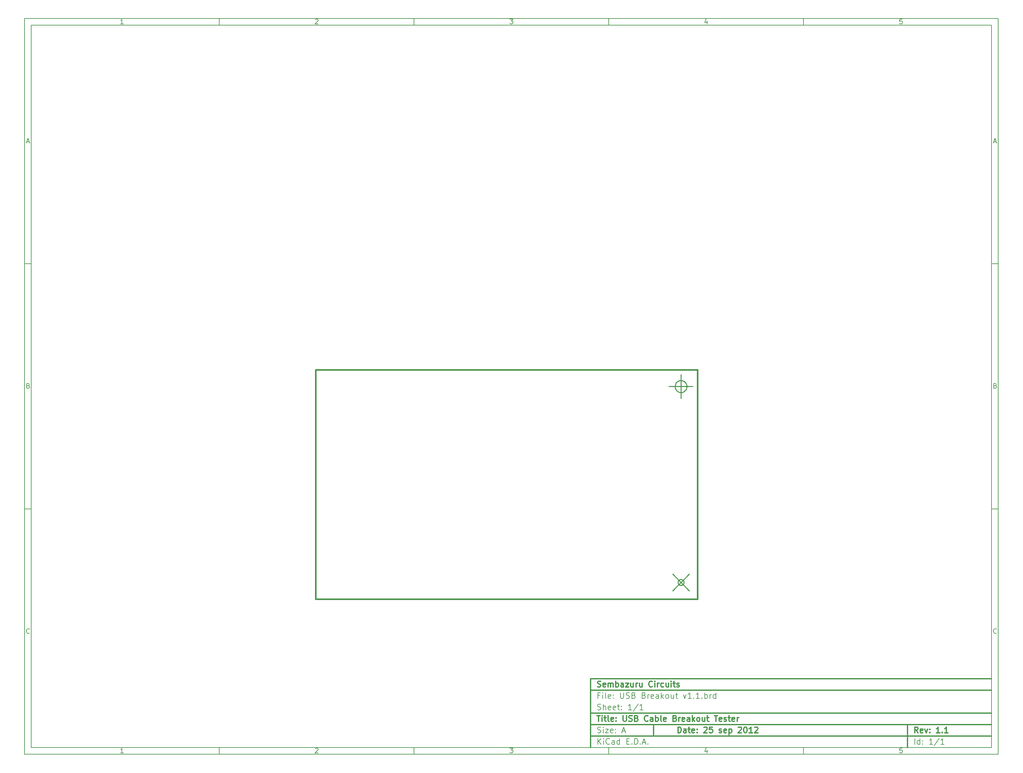
<source format=gbr>
G04 (created by PCBNEW-RS274X (2012-01-19 BZR 3256)-stable) date 25/09/2012 17:33:03*
G01*
G70*
G90*
%MOIN*%
G04 Gerber Fmt 3.4, Leading zero omitted, Abs format*
%FSLAX34Y34*%
G04 APERTURE LIST*
%ADD10C,0.006000*%
%ADD11C,0.012000*%
%ADD12C,0.010000*%
%ADD13C,0.015000*%
G04 APERTURE END LIST*
G54D10*
X-30500Y36750D02*
X71500Y36750D01*
X71500Y-40250D01*
X-30500Y-40250D01*
X-30500Y36750D01*
X-29800Y36050D02*
X70800Y36050D01*
X70800Y-39550D01*
X-29800Y-39550D01*
X-29800Y36050D01*
X-10100Y36750D02*
X-10100Y36050D01*
X-20157Y36198D02*
X-20443Y36198D01*
X-20300Y36198D02*
X-20300Y36698D01*
X-20348Y36626D01*
X-20395Y36579D01*
X-20443Y36555D01*
X-10100Y-40250D02*
X-10100Y-39550D01*
X-20157Y-40102D02*
X-20443Y-40102D01*
X-20300Y-40102D02*
X-20300Y-39602D01*
X-20348Y-39674D01*
X-20395Y-39721D01*
X-20443Y-39745D01*
X10300Y36750D02*
X10300Y36050D01*
X-00043Y36650D02*
X-00019Y36674D01*
X00029Y36698D01*
X00148Y36698D01*
X00195Y36674D01*
X00219Y36650D01*
X00243Y36602D01*
X00243Y36555D01*
X00219Y36483D01*
X-00067Y36198D01*
X00243Y36198D01*
X10300Y-40250D02*
X10300Y-39550D01*
X-00043Y-39650D02*
X-00019Y-39626D01*
X00029Y-39602D01*
X00148Y-39602D01*
X00195Y-39626D01*
X00219Y-39650D01*
X00243Y-39698D01*
X00243Y-39745D01*
X00219Y-39817D01*
X-00067Y-40102D01*
X00243Y-40102D01*
X30700Y36750D02*
X30700Y36050D01*
X20333Y36698D02*
X20643Y36698D01*
X20476Y36507D01*
X20548Y36507D01*
X20595Y36483D01*
X20619Y36460D01*
X20643Y36412D01*
X20643Y36293D01*
X20619Y36245D01*
X20595Y36221D01*
X20548Y36198D01*
X20405Y36198D01*
X20357Y36221D01*
X20333Y36245D01*
X30700Y-40250D02*
X30700Y-39550D01*
X20333Y-39602D02*
X20643Y-39602D01*
X20476Y-39793D01*
X20548Y-39793D01*
X20595Y-39817D01*
X20619Y-39840D01*
X20643Y-39888D01*
X20643Y-40007D01*
X20619Y-40055D01*
X20595Y-40079D01*
X20548Y-40102D01*
X20405Y-40102D01*
X20357Y-40079D01*
X20333Y-40055D01*
X51100Y36750D02*
X51100Y36050D01*
X40995Y36531D02*
X40995Y36198D01*
X40876Y36721D02*
X40757Y36364D01*
X41067Y36364D01*
X51100Y-40250D02*
X51100Y-39550D01*
X40995Y-39769D02*
X40995Y-40102D01*
X40876Y-39579D02*
X40757Y-39936D01*
X41067Y-39936D01*
X61419Y36698D02*
X61181Y36698D01*
X61157Y36460D01*
X61181Y36483D01*
X61229Y36507D01*
X61348Y36507D01*
X61395Y36483D01*
X61419Y36460D01*
X61443Y36412D01*
X61443Y36293D01*
X61419Y36245D01*
X61395Y36221D01*
X61348Y36198D01*
X61229Y36198D01*
X61181Y36221D01*
X61157Y36245D01*
X61419Y-39602D02*
X61181Y-39602D01*
X61157Y-39840D01*
X61181Y-39817D01*
X61229Y-39793D01*
X61348Y-39793D01*
X61395Y-39817D01*
X61419Y-39840D01*
X61443Y-39888D01*
X61443Y-40007D01*
X61419Y-40055D01*
X61395Y-40079D01*
X61348Y-40102D01*
X61229Y-40102D01*
X61181Y-40079D01*
X61157Y-40055D01*
X-30500Y11090D02*
X-29800Y11090D01*
X-30269Y23860D02*
X-30031Y23860D01*
X-30316Y23718D02*
X-30150Y24218D01*
X-29983Y23718D01*
X71500Y11090D02*
X70800Y11090D01*
X71031Y23860D02*
X71269Y23860D01*
X70984Y23718D02*
X71150Y24218D01*
X71317Y23718D01*
X-30500Y-14570D02*
X-29800Y-14570D01*
X-30114Y-01680D02*
X-30043Y-01704D01*
X-30019Y-01728D01*
X-29995Y-01776D01*
X-29995Y-01847D01*
X-30019Y-01895D01*
X-30043Y-01919D01*
X-30090Y-01942D01*
X-30281Y-01942D01*
X-30281Y-01442D01*
X-30114Y-01442D01*
X-30067Y-01466D01*
X-30043Y-01490D01*
X-30019Y-01538D01*
X-30019Y-01585D01*
X-30043Y-01633D01*
X-30067Y-01657D01*
X-30114Y-01680D01*
X-30281Y-01680D01*
X71500Y-14570D02*
X70800Y-14570D01*
X71186Y-01680D02*
X71257Y-01704D01*
X71281Y-01728D01*
X71305Y-01776D01*
X71305Y-01847D01*
X71281Y-01895D01*
X71257Y-01919D01*
X71210Y-01942D01*
X71019Y-01942D01*
X71019Y-01442D01*
X71186Y-01442D01*
X71233Y-01466D01*
X71257Y-01490D01*
X71281Y-01538D01*
X71281Y-01585D01*
X71257Y-01633D01*
X71233Y-01657D01*
X71186Y-01680D01*
X71019Y-01680D01*
X-29995Y-27555D02*
X-30019Y-27579D01*
X-30090Y-27602D01*
X-30138Y-27602D01*
X-30210Y-27579D01*
X-30257Y-27531D01*
X-30281Y-27483D01*
X-30305Y-27388D01*
X-30305Y-27317D01*
X-30281Y-27221D01*
X-30257Y-27174D01*
X-30210Y-27126D01*
X-30138Y-27102D01*
X-30090Y-27102D01*
X-30019Y-27126D01*
X-29995Y-27150D01*
X71305Y-27555D02*
X71281Y-27579D01*
X71210Y-27602D01*
X71162Y-27602D01*
X71090Y-27579D01*
X71043Y-27531D01*
X71019Y-27483D01*
X70995Y-27388D01*
X70995Y-27317D01*
X71019Y-27221D01*
X71043Y-27174D01*
X71090Y-27126D01*
X71162Y-27102D01*
X71210Y-27102D01*
X71281Y-27126D01*
X71305Y-27150D01*
G54D11*
X37943Y-37993D02*
X37943Y-37393D01*
X38086Y-37393D01*
X38171Y-37421D01*
X38229Y-37479D01*
X38257Y-37536D01*
X38286Y-37650D01*
X38286Y-37736D01*
X38257Y-37850D01*
X38229Y-37907D01*
X38171Y-37964D01*
X38086Y-37993D01*
X37943Y-37993D01*
X38800Y-37993D02*
X38800Y-37679D01*
X38771Y-37621D01*
X38714Y-37593D01*
X38600Y-37593D01*
X38543Y-37621D01*
X38800Y-37964D02*
X38743Y-37993D01*
X38600Y-37993D01*
X38543Y-37964D01*
X38514Y-37907D01*
X38514Y-37850D01*
X38543Y-37793D01*
X38600Y-37764D01*
X38743Y-37764D01*
X38800Y-37736D01*
X39000Y-37593D02*
X39229Y-37593D01*
X39086Y-37393D02*
X39086Y-37907D01*
X39114Y-37964D01*
X39172Y-37993D01*
X39229Y-37993D01*
X39657Y-37964D02*
X39600Y-37993D01*
X39486Y-37993D01*
X39429Y-37964D01*
X39400Y-37907D01*
X39400Y-37679D01*
X39429Y-37621D01*
X39486Y-37593D01*
X39600Y-37593D01*
X39657Y-37621D01*
X39686Y-37679D01*
X39686Y-37736D01*
X39400Y-37793D01*
X39943Y-37936D02*
X39971Y-37964D01*
X39943Y-37993D01*
X39914Y-37964D01*
X39943Y-37936D01*
X39943Y-37993D01*
X39943Y-37621D02*
X39971Y-37650D01*
X39943Y-37679D01*
X39914Y-37650D01*
X39943Y-37621D01*
X39943Y-37679D01*
X40657Y-37450D02*
X40686Y-37421D01*
X40743Y-37393D01*
X40886Y-37393D01*
X40943Y-37421D01*
X40972Y-37450D01*
X41000Y-37507D01*
X41000Y-37564D01*
X40972Y-37650D01*
X40629Y-37993D01*
X41000Y-37993D01*
X41543Y-37393D02*
X41257Y-37393D01*
X41228Y-37679D01*
X41257Y-37650D01*
X41314Y-37621D01*
X41457Y-37621D01*
X41514Y-37650D01*
X41543Y-37679D01*
X41571Y-37736D01*
X41571Y-37879D01*
X41543Y-37936D01*
X41514Y-37964D01*
X41457Y-37993D01*
X41314Y-37993D01*
X41257Y-37964D01*
X41228Y-37936D01*
X42256Y-37964D02*
X42313Y-37993D01*
X42428Y-37993D01*
X42485Y-37964D01*
X42513Y-37907D01*
X42513Y-37879D01*
X42485Y-37821D01*
X42428Y-37793D01*
X42342Y-37793D01*
X42285Y-37764D01*
X42256Y-37707D01*
X42256Y-37679D01*
X42285Y-37621D01*
X42342Y-37593D01*
X42428Y-37593D01*
X42485Y-37621D01*
X42999Y-37964D02*
X42942Y-37993D01*
X42828Y-37993D01*
X42771Y-37964D01*
X42742Y-37907D01*
X42742Y-37679D01*
X42771Y-37621D01*
X42828Y-37593D01*
X42942Y-37593D01*
X42999Y-37621D01*
X43028Y-37679D01*
X43028Y-37736D01*
X42742Y-37793D01*
X43285Y-37593D02*
X43285Y-38193D01*
X43285Y-37621D02*
X43342Y-37593D01*
X43456Y-37593D01*
X43513Y-37621D01*
X43542Y-37650D01*
X43571Y-37707D01*
X43571Y-37879D01*
X43542Y-37936D01*
X43513Y-37964D01*
X43456Y-37993D01*
X43342Y-37993D01*
X43285Y-37964D01*
X44256Y-37450D02*
X44285Y-37421D01*
X44342Y-37393D01*
X44485Y-37393D01*
X44542Y-37421D01*
X44571Y-37450D01*
X44599Y-37507D01*
X44599Y-37564D01*
X44571Y-37650D01*
X44228Y-37993D01*
X44599Y-37993D01*
X44970Y-37393D02*
X45027Y-37393D01*
X45084Y-37421D01*
X45113Y-37450D01*
X45142Y-37507D01*
X45170Y-37621D01*
X45170Y-37764D01*
X45142Y-37879D01*
X45113Y-37936D01*
X45084Y-37964D01*
X45027Y-37993D01*
X44970Y-37993D01*
X44913Y-37964D01*
X44884Y-37936D01*
X44856Y-37879D01*
X44827Y-37764D01*
X44827Y-37621D01*
X44856Y-37507D01*
X44884Y-37450D01*
X44913Y-37421D01*
X44970Y-37393D01*
X45741Y-37993D02*
X45398Y-37993D01*
X45570Y-37993D02*
X45570Y-37393D01*
X45513Y-37479D01*
X45455Y-37536D01*
X45398Y-37564D01*
X45969Y-37450D02*
X45998Y-37421D01*
X46055Y-37393D01*
X46198Y-37393D01*
X46255Y-37421D01*
X46284Y-37450D01*
X46312Y-37507D01*
X46312Y-37564D01*
X46284Y-37650D01*
X45941Y-37993D01*
X46312Y-37993D01*
G54D10*
X29543Y-39193D02*
X29543Y-38593D01*
X29886Y-39193D02*
X29629Y-38850D01*
X29886Y-38593D02*
X29543Y-38936D01*
X30143Y-39193D02*
X30143Y-38793D01*
X30143Y-38593D02*
X30114Y-38621D01*
X30143Y-38650D01*
X30171Y-38621D01*
X30143Y-38593D01*
X30143Y-38650D01*
X30772Y-39136D02*
X30743Y-39164D01*
X30657Y-39193D01*
X30600Y-39193D01*
X30515Y-39164D01*
X30457Y-39107D01*
X30429Y-39050D01*
X30400Y-38936D01*
X30400Y-38850D01*
X30429Y-38736D01*
X30457Y-38679D01*
X30515Y-38621D01*
X30600Y-38593D01*
X30657Y-38593D01*
X30743Y-38621D01*
X30772Y-38650D01*
X31286Y-39193D02*
X31286Y-38879D01*
X31257Y-38821D01*
X31200Y-38793D01*
X31086Y-38793D01*
X31029Y-38821D01*
X31286Y-39164D02*
X31229Y-39193D01*
X31086Y-39193D01*
X31029Y-39164D01*
X31000Y-39107D01*
X31000Y-39050D01*
X31029Y-38993D01*
X31086Y-38964D01*
X31229Y-38964D01*
X31286Y-38936D01*
X31829Y-39193D02*
X31829Y-38593D01*
X31829Y-39164D02*
X31772Y-39193D01*
X31658Y-39193D01*
X31600Y-39164D01*
X31572Y-39136D01*
X31543Y-39079D01*
X31543Y-38907D01*
X31572Y-38850D01*
X31600Y-38821D01*
X31658Y-38793D01*
X31772Y-38793D01*
X31829Y-38821D01*
X32572Y-38879D02*
X32772Y-38879D01*
X32858Y-39193D02*
X32572Y-39193D01*
X32572Y-38593D01*
X32858Y-38593D01*
X33115Y-39136D02*
X33143Y-39164D01*
X33115Y-39193D01*
X33086Y-39164D01*
X33115Y-39136D01*
X33115Y-39193D01*
X33401Y-39193D02*
X33401Y-38593D01*
X33544Y-38593D01*
X33629Y-38621D01*
X33687Y-38679D01*
X33715Y-38736D01*
X33744Y-38850D01*
X33744Y-38936D01*
X33715Y-39050D01*
X33687Y-39107D01*
X33629Y-39164D01*
X33544Y-39193D01*
X33401Y-39193D01*
X34001Y-39136D02*
X34029Y-39164D01*
X34001Y-39193D01*
X33972Y-39164D01*
X34001Y-39136D01*
X34001Y-39193D01*
X34258Y-39021D02*
X34544Y-39021D01*
X34201Y-39193D02*
X34401Y-38593D01*
X34601Y-39193D01*
X34801Y-39136D02*
X34829Y-39164D01*
X34801Y-39193D01*
X34772Y-39164D01*
X34801Y-39136D01*
X34801Y-39193D01*
G54D11*
X63086Y-37993D02*
X62886Y-37707D01*
X62743Y-37993D02*
X62743Y-37393D01*
X62971Y-37393D01*
X63029Y-37421D01*
X63057Y-37450D01*
X63086Y-37507D01*
X63086Y-37593D01*
X63057Y-37650D01*
X63029Y-37679D01*
X62971Y-37707D01*
X62743Y-37707D01*
X63571Y-37964D02*
X63514Y-37993D01*
X63400Y-37993D01*
X63343Y-37964D01*
X63314Y-37907D01*
X63314Y-37679D01*
X63343Y-37621D01*
X63400Y-37593D01*
X63514Y-37593D01*
X63571Y-37621D01*
X63600Y-37679D01*
X63600Y-37736D01*
X63314Y-37793D01*
X63800Y-37593D02*
X63943Y-37993D01*
X64085Y-37593D01*
X64314Y-37936D02*
X64342Y-37964D01*
X64314Y-37993D01*
X64285Y-37964D01*
X64314Y-37936D01*
X64314Y-37993D01*
X64314Y-37621D02*
X64342Y-37650D01*
X64314Y-37679D01*
X64285Y-37650D01*
X64314Y-37621D01*
X64314Y-37679D01*
X65371Y-37993D02*
X65028Y-37993D01*
X65200Y-37993D02*
X65200Y-37393D01*
X65143Y-37479D01*
X65085Y-37536D01*
X65028Y-37564D01*
X65628Y-37936D02*
X65656Y-37964D01*
X65628Y-37993D01*
X65599Y-37964D01*
X65628Y-37936D01*
X65628Y-37993D01*
X66228Y-37993D02*
X65885Y-37993D01*
X66057Y-37993D02*
X66057Y-37393D01*
X66000Y-37479D01*
X65942Y-37536D01*
X65885Y-37564D01*
G54D10*
X29514Y-37964D02*
X29600Y-37993D01*
X29743Y-37993D01*
X29800Y-37964D01*
X29829Y-37936D01*
X29857Y-37879D01*
X29857Y-37821D01*
X29829Y-37764D01*
X29800Y-37736D01*
X29743Y-37707D01*
X29629Y-37679D01*
X29571Y-37650D01*
X29543Y-37621D01*
X29514Y-37564D01*
X29514Y-37507D01*
X29543Y-37450D01*
X29571Y-37421D01*
X29629Y-37393D01*
X29771Y-37393D01*
X29857Y-37421D01*
X30114Y-37993D02*
X30114Y-37593D01*
X30114Y-37393D02*
X30085Y-37421D01*
X30114Y-37450D01*
X30142Y-37421D01*
X30114Y-37393D01*
X30114Y-37450D01*
X30343Y-37593D02*
X30657Y-37593D01*
X30343Y-37993D01*
X30657Y-37993D01*
X31114Y-37964D02*
X31057Y-37993D01*
X30943Y-37993D01*
X30886Y-37964D01*
X30857Y-37907D01*
X30857Y-37679D01*
X30886Y-37621D01*
X30943Y-37593D01*
X31057Y-37593D01*
X31114Y-37621D01*
X31143Y-37679D01*
X31143Y-37736D01*
X30857Y-37793D01*
X31400Y-37936D02*
X31428Y-37964D01*
X31400Y-37993D01*
X31371Y-37964D01*
X31400Y-37936D01*
X31400Y-37993D01*
X31400Y-37621D02*
X31428Y-37650D01*
X31400Y-37679D01*
X31371Y-37650D01*
X31400Y-37621D01*
X31400Y-37679D01*
X32114Y-37821D02*
X32400Y-37821D01*
X32057Y-37993D02*
X32257Y-37393D01*
X32457Y-37993D01*
X62743Y-39193D02*
X62743Y-38593D01*
X63286Y-39193D02*
X63286Y-38593D01*
X63286Y-39164D02*
X63229Y-39193D01*
X63115Y-39193D01*
X63057Y-39164D01*
X63029Y-39136D01*
X63000Y-39079D01*
X63000Y-38907D01*
X63029Y-38850D01*
X63057Y-38821D01*
X63115Y-38793D01*
X63229Y-38793D01*
X63286Y-38821D01*
X63572Y-39136D02*
X63600Y-39164D01*
X63572Y-39193D01*
X63543Y-39164D01*
X63572Y-39136D01*
X63572Y-39193D01*
X63572Y-38821D02*
X63600Y-38850D01*
X63572Y-38879D01*
X63543Y-38850D01*
X63572Y-38821D01*
X63572Y-38879D01*
X64629Y-39193D02*
X64286Y-39193D01*
X64458Y-39193D02*
X64458Y-38593D01*
X64401Y-38679D01*
X64343Y-38736D01*
X64286Y-38764D01*
X65314Y-38564D02*
X64800Y-39336D01*
X65829Y-39193D02*
X65486Y-39193D01*
X65658Y-39193D02*
X65658Y-38593D01*
X65601Y-38679D01*
X65543Y-38736D01*
X65486Y-38764D01*
G54D11*
X29457Y-36193D02*
X29800Y-36193D01*
X29629Y-36793D02*
X29629Y-36193D01*
X30000Y-36793D02*
X30000Y-36393D01*
X30000Y-36193D02*
X29971Y-36221D01*
X30000Y-36250D01*
X30028Y-36221D01*
X30000Y-36193D01*
X30000Y-36250D01*
X30200Y-36393D02*
X30429Y-36393D01*
X30286Y-36193D02*
X30286Y-36707D01*
X30314Y-36764D01*
X30372Y-36793D01*
X30429Y-36793D01*
X30715Y-36793D02*
X30657Y-36764D01*
X30629Y-36707D01*
X30629Y-36193D01*
X31171Y-36764D02*
X31114Y-36793D01*
X31000Y-36793D01*
X30943Y-36764D01*
X30914Y-36707D01*
X30914Y-36479D01*
X30943Y-36421D01*
X31000Y-36393D01*
X31114Y-36393D01*
X31171Y-36421D01*
X31200Y-36479D01*
X31200Y-36536D01*
X30914Y-36593D01*
X31457Y-36736D02*
X31485Y-36764D01*
X31457Y-36793D01*
X31428Y-36764D01*
X31457Y-36736D01*
X31457Y-36793D01*
X31457Y-36421D02*
X31485Y-36450D01*
X31457Y-36479D01*
X31428Y-36450D01*
X31457Y-36421D01*
X31457Y-36479D01*
X32200Y-36193D02*
X32200Y-36679D01*
X32228Y-36736D01*
X32257Y-36764D01*
X32314Y-36793D01*
X32428Y-36793D01*
X32486Y-36764D01*
X32514Y-36736D01*
X32543Y-36679D01*
X32543Y-36193D01*
X32800Y-36764D02*
X32886Y-36793D01*
X33029Y-36793D01*
X33086Y-36764D01*
X33115Y-36736D01*
X33143Y-36679D01*
X33143Y-36621D01*
X33115Y-36564D01*
X33086Y-36536D01*
X33029Y-36507D01*
X32915Y-36479D01*
X32857Y-36450D01*
X32829Y-36421D01*
X32800Y-36364D01*
X32800Y-36307D01*
X32829Y-36250D01*
X32857Y-36221D01*
X32915Y-36193D01*
X33057Y-36193D01*
X33143Y-36221D01*
X33600Y-36479D02*
X33686Y-36507D01*
X33714Y-36536D01*
X33743Y-36593D01*
X33743Y-36679D01*
X33714Y-36736D01*
X33686Y-36764D01*
X33628Y-36793D01*
X33400Y-36793D01*
X33400Y-36193D01*
X33600Y-36193D01*
X33657Y-36221D01*
X33686Y-36250D01*
X33714Y-36307D01*
X33714Y-36364D01*
X33686Y-36421D01*
X33657Y-36450D01*
X33600Y-36479D01*
X33400Y-36479D01*
X34800Y-36736D02*
X34771Y-36764D01*
X34685Y-36793D01*
X34628Y-36793D01*
X34543Y-36764D01*
X34485Y-36707D01*
X34457Y-36650D01*
X34428Y-36536D01*
X34428Y-36450D01*
X34457Y-36336D01*
X34485Y-36279D01*
X34543Y-36221D01*
X34628Y-36193D01*
X34685Y-36193D01*
X34771Y-36221D01*
X34800Y-36250D01*
X35314Y-36793D02*
X35314Y-36479D01*
X35285Y-36421D01*
X35228Y-36393D01*
X35114Y-36393D01*
X35057Y-36421D01*
X35314Y-36764D02*
X35257Y-36793D01*
X35114Y-36793D01*
X35057Y-36764D01*
X35028Y-36707D01*
X35028Y-36650D01*
X35057Y-36593D01*
X35114Y-36564D01*
X35257Y-36564D01*
X35314Y-36536D01*
X35600Y-36793D02*
X35600Y-36193D01*
X35600Y-36421D02*
X35657Y-36393D01*
X35771Y-36393D01*
X35828Y-36421D01*
X35857Y-36450D01*
X35886Y-36507D01*
X35886Y-36679D01*
X35857Y-36736D01*
X35828Y-36764D01*
X35771Y-36793D01*
X35657Y-36793D01*
X35600Y-36764D01*
X36229Y-36793D02*
X36171Y-36764D01*
X36143Y-36707D01*
X36143Y-36193D01*
X36685Y-36764D02*
X36628Y-36793D01*
X36514Y-36793D01*
X36457Y-36764D01*
X36428Y-36707D01*
X36428Y-36479D01*
X36457Y-36421D01*
X36514Y-36393D01*
X36628Y-36393D01*
X36685Y-36421D01*
X36714Y-36479D01*
X36714Y-36536D01*
X36428Y-36593D01*
X37628Y-36479D02*
X37714Y-36507D01*
X37742Y-36536D01*
X37771Y-36593D01*
X37771Y-36679D01*
X37742Y-36736D01*
X37714Y-36764D01*
X37656Y-36793D01*
X37428Y-36793D01*
X37428Y-36193D01*
X37628Y-36193D01*
X37685Y-36221D01*
X37714Y-36250D01*
X37742Y-36307D01*
X37742Y-36364D01*
X37714Y-36421D01*
X37685Y-36450D01*
X37628Y-36479D01*
X37428Y-36479D01*
X38028Y-36793D02*
X38028Y-36393D01*
X38028Y-36507D02*
X38056Y-36450D01*
X38085Y-36421D01*
X38142Y-36393D01*
X38199Y-36393D01*
X38627Y-36764D02*
X38570Y-36793D01*
X38456Y-36793D01*
X38399Y-36764D01*
X38370Y-36707D01*
X38370Y-36479D01*
X38399Y-36421D01*
X38456Y-36393D01*
X38570Y-36393D01*
X38627Y-36421D01*
X38656Y-36479D01*
X38656Y-36536D01*
X38370Y-36593D01*
X39170Y-36793D02*
X39170Y-36479D01*
X39141Y-36421D01*
X39084Y-36393D01*
X38970Y-36393D01*
X38913Y-36421D01*
X39170Y-36764D02*
X39113Y-36793D01*
X38970Y-36793D01*
X38913Y-36764D01*
X38884Y-36707D01*
X38884Y-36650D01*
X38913Y-36593D01*
X38970Y-36564D01*
X39113Y-36564D01*
X39170Y-36536D01*
X39456Y-36793D02*
X39456Y-36193D01*
X39513Y-36564D02*
X39684Y-36793D01*
X39684Y-36393D02*
X39456Y-36621D01*
X40028Y-36793D02*
X39970Y-36764D01*
X39942Y-36736D01*
X39913Y-36679D01*
X39913Y-36507D01*
X39942Y-36450D01*
X39970Y-36421D01*
X40028Y-36393D01*
X40113Y-36393D01*
X40170Y-36421D01*
X40199Y-36450D01*
X40228Y-36507D01*
X40228Y-36679D01*
X40199Y-36736D01*
X40170Y-36764D01*
X40113Y-36793D01*
X40028Y-36793D01*
X40742Y-36393D02*
X40742Y-36793D01*
X40485Y-36393D02*
X40485Y-36707D01*
X40513Y-36764D01*
X40571Y-36793D01*
X40656Y-36793D01*
X40713Y-36764D01*
X40742Y-36736D01*
X40942Y-36393D02*
X41171Y-36393D01*
X41028Y-36193D02*
X41028Y-36707D01*
X41056Y-36764D01*
X41114Y-36793D01*
X41171Y-36793D01*
X41742Y-36193D02*
X42085Y-36193D01*
X41914Y-36793D02*
X41914Y-36193D01*
X42513Y-36764D02*
X42456Y-36793D01*
X42342Y-36793D01*
X42285Y-36764D01*
X42256Y-36707D01*
X42256Y-36479D01*
X42285Y-36421D01*
X42342Y-36393D01*
X42456Y-36393D01*
X42513Y-36421D01*
X42542Y-36479D01*
X42542Y-36536D01*
X42256Y-36593D01*
X42770Y-36764D02*
X42827Y-36793D01*
X42942Y-36793D01*
X42999Y-36764D01*
X43027Y-36707D01*
X43027Y-36679D01*
X42999Y-36621D01*
X42942Y-36593D01*
X42856Y-36593D01*
X42799Y-36564D01*
X42770Y-36507D01*
X42770Y-36479D01*
X42799Y-36421D01*
X42856Y-36393D01*
X42942Y-36393D01*
X42999Y-36421D01*
X43199Y-36393D02*
X43428Y-36393D01*
X43285Y-36193D02*
X43285Y-36707D01*
X43313Y-36764D01*
X43371Y-36793D01*
X43428Y-36793D01*
X43856Y-36764D02*
X43799Y-36793D01*
X43685Y-36793D01*
X43628Y-36764D01*
X43599Y-36707D01*
X43599Y-36479D01*
X43628Y-36421D01*
X43685Y-36393D01*
X43799Y-36393D01*
X43856Y-36421D01*
X43885Y-36479D01*
X43885Y-36536D01*
X43599Y-36593D01*
X44142Y-36793D02*
X44142Y-36393D01*
X44142Y-36507D02*
X44170Y-36450D01*
X44199Y-36421D01*
X44256Y-36393D01*
X44313Y-36393D01*
G54D10*
X29743Y-34079D02*
X29543Y-34079D01*
X29543Y-34393D02*
X29543Y-33793D01*
X29829Y-33793D01*
X30057Y-34393D02*
X30057Y-33993D01*
X30057Y-33793D02*
X30028Y-33821D01*
X30057Y-33850D01*
X30085Y-33821D01*
X30057Y-33793D01*
X30057Y-33850D01*
X30429Y-34393D02*
X30371Y-34364D01*
X30343Y-34307D01*
X30343Y-33793D01*
X30885Y-34364D02*
X30828Y-34393D01*
X30714Y-34393D01*
X30657Y-34364D01*
X30628Y-34307D01*
X30628Y-34079D01*
X30657Y-34021D01*
X30714Y-33993D01*
X30828Y-33993D01*
X30885Y-34021D01*
X30914Y-34079D01*
X30914Y-34136D01*
X30628Y-34193D01*
X31171Y-34336D02*
X31199Y-34364D01*
X31171Y-34393D01*
X31142Y-34364D01*
X31171Y-34336D01*
X31171Y-34393D01*
X31171Y-34021D02*
X31199Y-34050D01*
X31171Y-34079D01*
X31142Y-34050D01*
X31171Y-34021D01*
X31171Y-34079D01*
X31914Y-33793D02*
X31914Y-34279D01*
X31942Y-34336D01*
X31971Y-34364D01*
X32028Y-34393D01*
X32142Y-34393D01*
X32200Y-34364D01*
X32228Y-34336D01*
X32257Y-34279D01*
X32257Y-33793D01*
X32514Y-34364D02*
X32600Y-34393D01*
X32743Y-34393D01*
X32800Y-34364D01*
X32829Y-34336D01*
X32857Y-34279D01*
X32857Y-34221D01*
X32829Y-34164D01*
X32800Y-34136D01*
X32743Y-34107D01*
X32629Y-34079D01*
X32571Y-34050D01*
X32543Y-34021D01*
X32514Y-33964D01*
X32514Y-33907D01*
X32543Y-33850D01*
X32571Y-33821D01*
X32629Y-33793D01*
X32771Y-33793D01*
X32857Y-33821D01*
X33314Y-34079D02*
X33400Y-34107D01*
X33428Y-34136D01*
X33457Y-34193D01*
X33457Y-34279D01*
X33428Y-34336D01*
X33400Y-34364D01*
X33342Y-34393D01*
X33114Y-34393D01*
X33114Y-33793D01*
X33314Y-33793D01*
X33371Y-33821D01*
X33400Y-33850D01*
X33428Y-33907D01*
X33428Y-33964D01*
X33400Y-34021D01*
X33371Y-34050D01*
X33314Y-34079D01*
X33114Y-34079D01*
X34371Y-34079D02*
X34457Y-34107D01*
X34485Y-34136D01*
X34514Y-34193D01*
X34514Y-34279D01*
X34485Y-34336D01*
X34457Y-34364D01*
X34399Y-34393D01*
X34171Y-34393D01*
X34171Y-33793D01*
X34371Y-33793D01*
X34428Y-33821D01*
X34457Y-33850D01*
X34485Y-33907D01*
X34485Y-33964D01*
X34457Y-34021D01*
X34428Y-34050D01*
X34371Y-34079D01*
X34171Y-34079D01*
X34771Y-34393D02*
X34771Y-33993D01*
X34771Y-34107D02*
X34799Y-34050D01*
X34828Y-34021D01*
X34885Y-33993D01*
X34942Y-33993D01*
X35370Y-34364D02*
X35313Y-34393D01*
X35199Y-34393D01*
X35142Y-34364D01*
X35113Y-34307D01*
X35113Y-34079D01*
X35142Y-34021D01*
X35199Y-33993D01*
X35313Y-33993D01*
X35370Y-34021D01*
X35399Y-34079D01*
X35399Y-34136D01*
X35113Y-34193D01*
X35913Y-34393D02*
X35913Y-34079D01*
X35884Y-34021D01*
X35827Y-33993D01*
X35713Y-33993D01*
X35656Y-34021D01*
X35913Y-34364D02*
X35856Y-34393D01*
X35713Y-34393D01*
X35656Y-34364D01*
X35627Y-34307D01*
X35627Y-34250D01*
X35656Y-34193D01*
X35713Y-34164D01*
X35856Y-34164D01*
X35913Y-34136D01*
X36199Y-34393D02*
X36199Y-33793D01*
X36256Y-34164D02*
X36427Y-34393D01*
X36427Y-33993D02*
X36199Y-34221D01*
X36771Y-34393D02*
X36713Y-34364D01*
X36685Y-34336D01*
X36656Y-34279D01*
X36656Y-34107D01*
X36685Y-34050D01*
X36713Y-34021D01*
X36771Y-33993D01*
X36856Y-33993D01*
X36913Y-34021D01*
X36942Y-34050D01*
X36971Y-34107D01*
X36971Y-34279D01*
X36942Y-34336D01*
X36913Y-34364D01*
X36856Y-34393D01*
X36771Y-34393D01*
X37485Y-33993D02*
X37485Y-34393D01*
X37228Y-33993D02*
X37228Y-34307D01*
X37256Y-34364D01*
X37314Y-34393D01*
X37399Y-34393D01*
X37456Y-34364D01*
X37485Y-34336D01*
X37685Y-33993D02*
X37914Y-33993D01*
X37771Y-33793D02*
X37771Y-34307D01*
X37799Y-34364D01*
X37857Y-34393D01*
X37914Y-34393D01*
X38514Y-33993D02*
X38657Y-34393D01*
X38799Y-33993D01*
X39342Y-34393D02*
X38999Y-34393D01*
X39171Y-34393D02*
X39171Y-33793D01*
X39114Y-33879D01*
X39056Y-33936D01*
X38999Y-33964D01*
X39599Y-34336D02*
X39627Y-34364D01*
X39599Y-34393D01*
X39570Y-34364D01*
X39599Y-34336D01*
X39599Y-34393D01*
X40199Y-34393D02*
X39856Y-34393D01*
X40028Y-34393D02*
X40028Y-33793D01*
X39971Y-33879D01*
X39913Y-33936D01*
X39856Y-33964D01*
X40456Y-34336D02*
X40484Y-34364D01*
X40456Y-34393D01*
X40427Y-34364D01*
X40456Y-34336D01*
X40456Y-34393D01*
X40742Y-34393D02*
X40742Y-33793D01*
X40742Y-34021D02*
X40799Y-33993D01*
X40913Y-33993D01*
X40970Y-34021D01*
X40999Y-34050D01*
X41028Y-34107D01*
X41028Y-34279D01*
X40999Y-34336D01*
X40970Y-34364D01*
X40913Y-34393D01*
X40799Y-34393D01*
X40742Y-34364D01*
X41285Y-34393D02*
X41285Y-33993D01*
X41285Y-34107D02*
X41313Y-34050D01*
X41342Y-34021D01*
X41399Y-33993D01*
X41456Y-33993D01*
X41913Y-34393D02*
X41913Y-33793D01*
X41913Y-34364D02*
X41856Y-34393D01*
X41742Y-34393D01*
X41684Y-34364D01*
X41656Y-34336D01*
X41627Y-34279D01*
X41627Y-34107D01*
X41656Y-34050D01*
X41684Y-34021D01*
X41742Y-33993D01*
X41856Y-33993D01*
X41913Y-34021D01*
X29514Y-35564D02*
X29600Y-35593D01*
X29743Y-35593D01*
X29800Y-35564D01*
X29829Y-35536D01*
X29857Y-35479D01*
X29857Y-35421D01*
X29829Y-35364D01*
X29800Y-35336D01*
X29743Y-35307D01*
X29629Y-35279D01*
X29571Y-35250D01*
X29543Y-35221D01*
X29514Y-35164D01*
X29514Y-35107D01*
X29543Y-35050D01*
X29571Y-35021D01*
X29629Y-34993D01*
X29771Y-34993D01*
X29857Y-35021D01*
X30114Y-35593D02*
X30114Y-34993D01*
X30371Y-35593D02*
X30371Y-35279D01*
X30342Y-35221D01*
X30285Y-35193D01*
X30200Y-35193D01*
X30142Y-35221D01*
X30114Y-35250D01*
X30885Y-35564D02*
X30828Y-35593D01*
X30714Y-35593D01*
X30657Y-35564D01*
X30628Y-35507D01*
X30628Y-35279D01*
X30657Y-35221D01*
X30714Y-35193D01*
X30828Y-35193D01*
X30885Y-35221D01*
X30914Y-35279D01*
X30914Y-35336D01*
X30628Y-35393D01*
X31399Y-35564D02*
X31342Y-35593D01*
X31228Y-35593D01*
X31171Y-35564D01*
X31142Y-35507D01*
X31142Y-35279D01*
X31171Y-35221D01*
X31228Y-35193D01*
X31342Y-35193D01*
X31399Y-35221D01*
X31428Y-35279D01*
X31428Y-35336D01*
X31142Y-35393D01*
X31599Y-35193D02*
X31828Y-35193D01*
X31685Y-34993D02*
X31685Y-35507D01*
X31713Y-35564D01*
X31771Y-35593D01*
X31828Y-35593D01*
X32028Y-35536D02*
X32056Y-35564D01*
X32028Y-35593D01*
X31999Y-35564D01*
X32028Y-35536D01*
X32028Y-35593D01*
X32028Y-35221D02*
X32056Y-35250D01*
X32028Y-35279D01*
X31999Y-35250D01*
X32028Y-35221D01*
X32028Y-35279D01*
X33085Y-35593D02*
X32742Y-35593D01*
X32914Y-35593D02*
X32914Y-34993D01*
X32857Y-35079D01*
X32799Y-35136D01*
X32742Y-35164D01*
X33770Y-34964D02*
X33256Y-35736D01*
X34285Y-35593D02*
X33942Y-35593D01*
X34114Y-35593D02*
X34114Y-34993D01*
X34057Y-35079D01*
X33999Y-35136D01*
X33942Y-35164D01*
G54D11*
X29514Y-33164D02*
X29600Y-33193D01*
X29743Y-33193D01*
X29800Y-33164D01*
X29829Y-33136D01*
X29857Y-33079D01*
X29857Y-33021D01*
X29829Y-32964D01*
X29800Y-32936D01*
X29743Y-32907D01*
X29629Y-32879D01*
X29571Y-32850D01*
X29543Y-32821D01*
X29514Y-32764D01*
X29514Y-32707D01*
X29543Y-32650D01*
X29571Y-32621D01*
X29629Y-32593D01*
X29771Y-32593D01*
X29857Y-32621D01*
X30342Y-33164D02*
X30285Y-33193D01*
X30171Y-33193D01*
X30114Y-33164D01*
X30085Y-33107D01*
X30085Y-32879D01*
X30114Y-32821D01*
X30171Y-32793D01*
X30285Y-32793D01*
X30342Y-32821D01*
X30371Y-32879D01*
X30371Y-32936D01*
X30085Y-32993D01*
X30628Y-33193D02*
X30628Y-32793D01*
X30628Y-32850D02*
X30656Y-32821D01*
X30714Y-32793D01*
X30799Y-32793D01*
X30856Y-32821D01*
X30885Y-32879D01*
X30885Y-33193D01*
X30885Y-32879D02*
X30914Y-32821D01*
X30971Y-32793D01*
X31056Y-32793D01*
X31114Y-32821D01*
X31142Y-32879D01*
X31142Y-33193D01*
X31428Y-33193D02*
X31428Y-32593D01*
X31428Y-32821D02*
X31485Y-32793D01*
X31599Y-32793D01*
X31656Y-32821D01*
X31685Y-32850D01*
X31714Y-32907D01*
X31714Y-33079D01*
X31685Y-33136D01*
X31656Y-33164D01*
X31599Y-33193D01*
X31485Y-33193D01*
X31428Y-33164D01*
X32228Y-33193D02*
X32228Y-32879D01*
X32199Y-32821D01*
X32142Y-32793D01*
X32028Y-32793D01*
X31971Y-32821D01*
X32228Y-33164D02*
X32171Y-33193D01*
X32028Y-33193D01*
X31971Y-33164D01*
X31942Y-33107D01*
X31942Y-33050D01*
X31971Y-32993D01*
X32028Y-32964D01*
X32171Y-32964D01*
X32228Y-32936D01*
X32457Y-32793D02*
X32771Y-32793D01*
X32457Y-33193D01*
X32771Y-33193D01*
X33257Y-32793D02*
X33257Y-33193D01*
X33000Y-32793D02*
X33000Y-33107D01*
X33028Y-33164D01*
X33086Y-33193D01*
X33171Y-33193D01*
X33228Y-33164D01*
X33257Y-33136D01*
X33543Y-33193D02*
X33543Y-32793D01*
X33543Y-32907D02*
X33571Y-32850D01*
X33600Y-32821D01*
X33657Y-32793D01*
X33714Y-32793D01*
X34171Y-32793D02*
X34171Y-33193D01*
X33914Y-32793D02*
X33914Y-33107D01*
X33942Y-33164D01*
X34000Y-33193D01*
X34085Y-33193D01*
X34142Y-33164D01*
X34171Y-33136D01*
X35257Y-33136D02*
X35228Y-33164D01*
X35142Y-33193D01*
X35085Y-33193D01*
X35000Y-33164D01*
X34942Y-33107D01*
X34914Y-33050D01*
X34885Y-32936D01*
X34885Y-32850D01*
X34914Y-32736D01*
X34942Y-32679D01*
X35000Y-32621D01*
X35085Y-32593D01*
X35142Y-32593D01*
X35228Y-32621D01*
X35257Y-32650D01*
X35514Y-33193D02*
X35514Y-32793D01*
X35514Y-32593D02*
X35485Y-32621D01*
X35514Y-32650D01*
X35542Y-32621D01*
X35514Y-32593D01*
X35514Y-32650D01*
X35800Y-33193D02*
X35800Y-32793D01*
X35800Y-32907D02*
X35828Y-32850D01*
X35857Y-32821D01*
X35914Y-32793D01*
X35971Y-32793D01*
X36428Y-33164D02*
X36371Y-33193D01*
X36257Y-33193D01*
X36199Y-33164D01*
X36171Y-33136D01*
X36142Y-33079D01*
X36142Y-32907D01*
X36171Y-32850D01*
X36199Y-32821D01*
X36257Y-32793D01*
X36371Y-32793D01*
X36428Y-32821D01*
X36942Y-32793D02*
X36942Y-33193D01*
X36685Y-32793D02*
X36685Y-33107D01*
X36713Y-33164D01*
X36771Y-33193D01*
X36856Y-33193D01*
X36913Y-33164D01*
X36942Y-33136D01*
X37228Y-33193D02*
X37228Y-32793D01*
X37228Y-32593D02*
X37199Y-32621D01*
X37228Y-32650D01*
X37256Y-32621D01*
X37228Y-32593D01*
X37228Y-32650D01*
X37428Y-32793D02*
X37657Y-32793D01*
X37514Y-32593D02*
X37514Y-33107D01*
X37542Y-33164D01*
X37600Y-33193D01*
X37657Y-33193D01*
X37828Y-33164D02*
X37885Y-33193D01*
X38000Y-33193D01*
X38057Y-33164D01*
X38085Y-33107D01*
X38085Y-33079D01*
X38057Y-33021D01*
X38000Y-32993D01*
X37914Y-32993D01*
X37857Y-32964D01*
X37828Y-32907D01*
X37828Y-32879D01*
X37857Y-32821D01*
X37914Y-32793D01*
X38000Y-32793D01*
X38057Y-32821D01*
X28800Y-32350D02*
X28800Y-39550D01*
X28800Y-33550D02*
X70800Y-33550D01*
X28800Y-32350D02*
X70800Y-32350D01*
X28800Y-35950D02*
X70800Y-35950D01*
X62000Y-37150D02*
X62000Y-39550D01*
X28800Y-38350D02*
X70800Y-38350D01*
X28800Y-37150D02*
X70800Y-37150D01*
X35400Y-37150D02*
X35400Y-38350D01*
G54D12*
X38562Y-22250D02*
X38556Y-22310D01*
X38538Y-22368D01*
X38509Y-22422D01*
X38471Y-22469D01*
X38424Y-22508D01*
X38370Y-22537D01*
X38312Y-22555D01*
X38252Y-22561D01*
X38192Y-22556D01*
X38134Y-22539D01*
X38080Y-22511D01*
X38032Y-22472D01*
X37993Y-22426D01*
X37964Y-22372D01*
X37945Y-22314D01*
X37939Y-22254D01*
X37944Y-22194D01*
X37960Y-22136D01*
X37988Y-22081D01*
X38026Y-22034D01*
X38072Y-21994D01*
X38126Y-21965D01*
X38184Y-21946D01*
X38244Y-21939D01*
X38304Y-21943D01*
X38362Y-21960D01*
X38417Y-21987D01*
X38465Y-22025D01*
X38504Y-22071D01*
X38535Y-22124D01*
X38554Y-22181D01*
X38561Y-22242D01*
X38562Y-22250D01*
X37375Y-21375D02*
X39125Y-23125D01*
X37375Y-23125D02*
X39125Y-21375D01*
X38875Y-01750D02*
X38863Y-01871D01*
X38827Y-01988D01*
X38770Y-02095D01*
X38693Y-02190D01*
X38599Y-02268D01*
X38492Y-02326D01*
X38375Y-02362D01*
X38254Y-02374D01*
X38133Y-02363D01*
X38016Y-02329D01*
X37908Y-02272D01*
X37813Y-02196D01*
X37735Y-02103D01*
X37676Y-01996D01*
X37639Y-01879D01*
X37626Y-01758D01*
X37636Y-01638D01*
X37669Y-01520D01*
X37725Y-01412D01*
X37801Y-01316D01*
X37894Y-01237D01*
X38000Y-01178D01*
X38116Y-01140D01*
X38237Y-01126D01*
X38358Y-01135D01*
X38476Y-01168D01*
X38584Y-01223D01*
X38681Y-01298D01*
X38760Y-01390D01*
X38820Y-01496D01*
X38859Y-01612D01*
X38874Y-01733D01*
X38875Y-01750D01*
X37000Y-01750D02*
X39500Y-01750D01*
X38250Y-00500D02*
X38250Y-03000D01*
G54D13*
X40000Y-24000D02*
X00000Y-24000D01*
X00000Y00000D02*
X40000Y00000D01*
X00000Y-24000D02*
X00000Y00000D01*
X40000Y00000D02*
X40000Y-24000D01*
M02*

</source>
